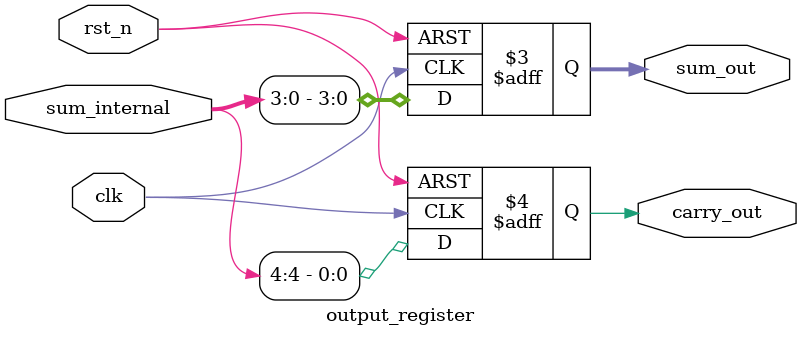
<source format=v>
module adder_behavioral (
    input  wire        clk,        // Clock signal
    input  wire        rst_n,      // Active-low reset
    input  wire [3:0]  a_in,       // Input operand A
    input  wire [3:0]  b_in,       // Input operand B
    output wire [3:0]  sum_out,    // Sum output
    output wire        carry_out   // Carry output
);

    // Buffered clocks
    wire clk_buf1, clk_buf2, clk_buf3;
    
    // Internal connections
    wire [3:0] a_reg, b_reg;
    wire [4:0] sum_internal;

    // Clock buffer module instantiation
    clock_buffer_tree clock_buf (
        .clk_in(clk),
        .rst_n(rst_n),
        .clk_out1(clk_buf1),
        .clk_out2(clk_buf2),
        .clk_out3(clk_buf3)
    );
    
    // Input registration module
    input_register input_reg (
        .clk(clk_buf1),
        .rst_n(rst_n),
        .a_in(a_in),
        .b_in(b_in),
        .a_reg(a_reg),
        .b_reg(b_reg)
    );
    
    // Computation module
    computation_stage comp_stage (
        .clk(clk_buf2),
        .rst_n(rst_n),
        .a_reg(a_reg),
        .b_reg(b_reg),
        .sum_internal(sum_internal)
    );
    
    // Output registration module
    output_register output_reg (
        .clk(clk_buf3),
        .rst_n(rst_n),
        .sum_internal(sum_internal),
        .sum_out(sum_out),
        .carry_out(carry_out)
    );
    
endmodule

// Clock buffer tree module
module clock_buffer_tree (
    input  wire clk_in,   // Input clock
    input  wire rst_n,    // Reset signal
    output wire clk_out1, // Buffered clock 1
    output wire clk_out2, // Buffered clock 2
    output wire clk_out3  // Buffered clock 3
);
    // Clock buffer implementation
    (* dont_touch = "true" *) reg clk_buf_reg1;
    (* dont_touch = "true" *) reg clk_buf_reg2;
    (* dont_touch = "true" *) reg clk_buf_reg3;
    
    always @(posedge clk_in) begin
        clk_buf_reg1 <= 1'b1;
        clk_buf_reg2 <= 1'b1;
        clk_buf_reg3 <= 1'b1;
    end
    
    assign clk_out1 = clk_in & clk_buf_reg1;
    assign clk_out2 = clk_in & clk_buf_reg2;
    assign clk_out3 = clk_in & clk_buf_reg3;
    
endmodule

// Input registration module
module input_register (
    input  wire        clk,     // Buffered clock
    input  wire        rst_n,   // Reset signal
    input  wire [3:0]  a_in,    // Input operand A
    input  wire [3:0]  b_in,    // Input operand B
    output reg  [3:0]  a_reg,   // Registered operand A
    output reg  [3:0]  b_reg    // Registered operand B
);
    
    always @(posedge clk or negedge rst_n) begin
        if (!rst_n) begin
            a_reg <= 4'b0000;
            b_reg <= 4'b0000;
        end else begin
            a_reg <= a_in;
            b_reg <= b_in;
        end
    end
    
endmodule

// Computation module
module computation_stage (
    input  wire        clk,           // Buffered clock
    input  wire        rst_n,         // Reset signal
    input  wire [3:0]  a_reg,         // Registered operand A
    input  wire [3:0]  b_reg,         // Registered operand B
    output reg  [4:0]  sum_internal   // Internal sum with carry
);
    
    always @(posedge clk or negedge rst_n) begin
        if (!rst_n) begin
            sum_internal <= 5'b00000;
        end else begin
            sum_internal <= a_reg + b_reg;
        end
    end
    
endmodule

// Output registration module
module output_register (
    input  wire        clk,           // Buffered clock
    input  wire        rst_n,         // Reset signal
    input  wire [4:0]  sum_internal,  // Internal sum with carry
    output reg  [3:0]  sum_out,       // Final sum output
    output reg         carry_out      // Final carry output
);
    
    always @(posedge clk or negedge rst_n) begin
        if (!rst_n) begin
            sum_out   <= 4'b0000;
            carry_out <= 1'b0;
        end else begin
            sum_out   <= sum_internal[3:0];
            carry_out <= sum_internal[4];
        end
    end
    
endmodule
</source>
